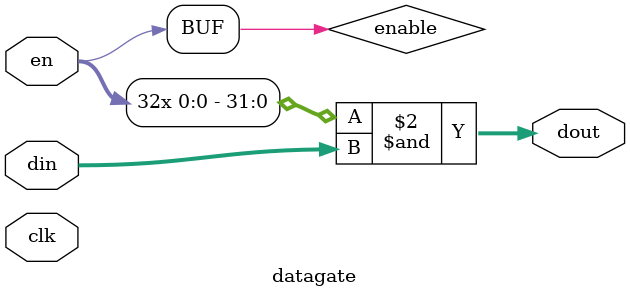
<source format=v>
module datagate #(parameter DW   = 32, // width of data inputs
		     parameter PS   = 3   // min quiet time before shutdown
		     )
   ( 
     input 	     clk, // clock
     input 	     en,  // data valid
     input [DW-1:0]  din, // data input
     output [DW-1:0] dout // data output    
     );
   
 	  	 
   reg [PS-1:0]    enable_pipe;   
   wire 	   enable;
   
   always @ (posedge clk)
     enable_pipe[PS-1:0] <= {enable_pipe[PS-2:0],en};
   
   assign enable = {enable_pipe[PS-1:0],en};

   assign dout[DW-1:0] =  {(DW){enable}} & din[DW-1:0];
  
endmodule // datagate
</source>
